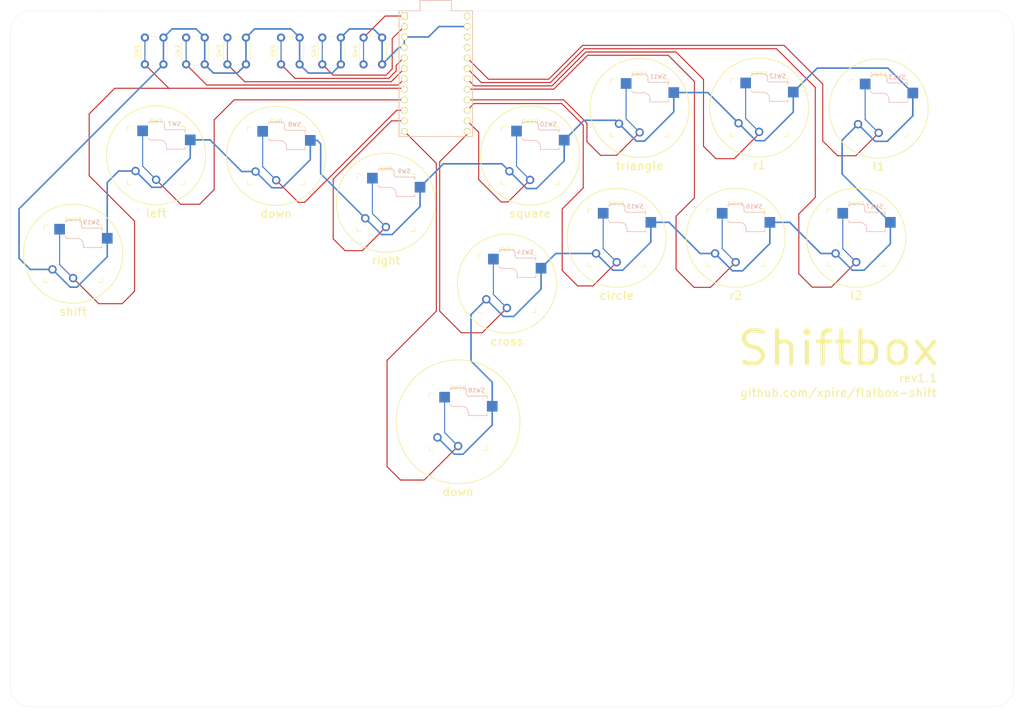
<source format=kicad_pcb>
(kicad_pcb (version 20211014) (generator pcbnew)
  (layers (0 "F.Cu" signal) (31 "B.Cu" signal) (34 "B.Paste" user) (35 "F.Paste" user) (36 "B.SilkS" user "B.Silkscreen") (37 "F.SilkS" user "F.Silkscreen") (38 "B.Mask" user) (39 "F.Mask" user) (44 "Edge.Cuts" user))
  (net 0 "")
  (net 1 "GND")
  (net 2 "LEFT")
  (net 3 "DOWN")
  (net 4 "RIGHT")
  (net 5 "UP")
  (net 6 "L1")
  (net 7 "R1")
  (net 8 "TRIANGLE")
  (net 9 "SQUARE")
  (net 10 "CIRCLE")
  (net 11 "CROSS")
  (net 12 "R2")
  (net 13 "L2")
  (net 17 "OPT1")
  (net 18 "OPT2")
  (net 19 "OPT3")
  (net 20 "OPT4")
  (net 21 "OPT5")
  (net 22 "OPT6")
  (footprint "Kailh:Kailh_socket_PG1350_optional" (layer "F.Cu") (at 105.68 56.21)
    (fp_text reference "SW8" (at 0 -8.255) (layer "F.SilkS"))
    (fp_text value "SW_Push")
    (fp_text user "${REFERENCE}" (at 4.445 -7.62) (layer "B.SilkS") (effects (justify mirror)))
    (pad "" np_thru_hole circle locked (at 0 0) (size 3.429 3.429) (drill 3.429) (layers *.Cu *.Mask))
    (pad "" np_thru_hole circle locked (at 5.5 0) (size 1.7018 1.7018) (drill 1.7018) (layers *.Cu *.Mask))
    (pad "" np_thru_hole circle locked (at 0 -5.95) (size 3 3) (drill 3) (layers *.Cu *.Mask))
    (pad "" np_thru_hole circle locked (at 5 -3.75) (size 3 3) (drill 3) (layers *.Cu *.Mask))
    (pad "" np_thru_hole circle locked (at -5.5 0) (size 1.7018 1.7018) (drill 1.7018) (layers *.Cu *.Mask))
    (pad "1" smd rect locked (at -3.275 -5.95) (size 2.6 2.6) (layers "B.Cu" "B.Paste" "B.Mask") (net 3 "DOWN"))
    (pad "1" thru_hole circle locked (at 0 5.9) (size 2.032 2.032) (drill 1.27) (layers *.Cu *.Mask) (net 3 "DOWN"))
    (pad "2" thru_hole circle locked (at -5 3.8) (size 2.032 2.032) (drill 1.27) (layers *.Cu *.Mask) (net 1 "GND"))
    (pad "2" smd rect locked (at 8.275 -3.75) (size 2.6 2.6) (layers "B.Cu" "B.Paste" "B.Mask") (net 1 "GND"))
  )
  (footprint "Kailh:Kailh_socket_PG1350_optional" (layer "F.Cu") (at 132.28 67.56)
    (fp_text reference "SW9" (at 0 -8.255) (layer "F.SilkS"))
    (fp_text value "SW_Push")
    (fp_text user "${REFERENCE}" (at 4.445 -7.62) (layer "B.SilkS") (effects (justify mirror)))
    (pad "" np_thru_hole circle locked (at 5 -3.75) (size 3 3) (drill 3) (layers *.Cu *.Mask))
    (pad "" np_thru_hole circle locked (at 0 0) (size 3.429 3.429) (drill 3.429) (layers *.Cu *.Mask))
    (pad "" np_thru_hole circle locked (at -5.5 0) (size 1.7018 1.7018) (drill 1.7018) (layers *.Cu *.Mask))
    (pad "" np_thru_hole circle locked (at 0 -5.95) (size 3 3) (drill 3) (layers *.Cu *.Mask))
    (pad "" np_thru_hole circle locked (at 5.5 0) (size 1.7018 1.7018) (drill 1.7018) (layers *.Cu *.Mask))
    (pad "1" thru_hole circle locked (at 0 5.9) (size 2.032 2.032) (drill 1.27) (layers *.Cu *.Mask) (net 4 "RIGHT"))
    (pad "1" smd rect locked (at -3.275 -5.95) (size 2.6 2.6) (layers "B.Cu" "B.Paste" "B.Mask") (net 4 "RIGHT"))
    (pad "2" thru_hole circle locked (at -5 3.8) (size 2.032 2.032) (drill 1.27) (layers *.Cu *.Mask) (net 1 "GND"))
    (pad "2" smd rect locked (at 8.275 -3.75) (size 2.6 2.6) (layers "B.Cu" "B.Paste" "B.Mask") (net 1 "GND"))
  )
  (footprint "Kailh:Kailh_socket_PG1350_optional" (layer "F.Cu") (at 149.78 120.66)
    (fp_text reference "SW18" (at 0 -8.255) (layer "F.SilkS"))
    (fp_text value "SW_Push")
    (fp_text user "${REFERENCE}" (at 4.445 -7.62) (layer "B.SilkS") (effects (justify mirror)))
    (pad "" np_thru_hole circle locked (at 0 0) (size 3.429 3.429) (drill 3.429) (layers *.Cu *.Mask))
    (pad "" np_thru_hole circle locked (at 5 -3.75) (size 3 3) (drill 3) (layers *.Cu *.Mask))
    (pad "" np_thru_hole circle locked (at -5.5 0) (size 1.7018 1.7018) (drill 1.7018) (layers *.Cu *.Mask))
    (pad "" np_thru_hole circle locked (at 5.5 0) (size 1.7018 1.7018) (drill 1.7018) (layers *.Cu *.Mask))
    (pad "" np_thru_hole circle locked (at 0 -5.95) (size 3 3) (drill 3) (layers *.Cu *.Mask))
    (pad "1" smd rect locked (at -3.275 -5.95) (size 2.6 2.6) (layers "B.Cu" "B.Paste" "B.Mask") (net 5 "UP"))
    (pad "1" thru_hole circle locked (at 0 5.9) (size 2.032 2.032) (drill 1.27) (layers *.Cu *.Mask) (net 5 "UP"))
    (pad "2" smd rect locked (at 8.275 -3.75) (size 2.6 2.6) (layers "B.Cu" "B.Paste" "B.Mask") (net 1 "GND"))
    (pad "2" thru_hole circle locked (at -5 3.8) (size 2.032 2.032) (drill 1.27) (layers *.Cu *.Mask) (net 1 "GND"))
  )
  (footprint "Kailh:Kailh_socket_PG1350_optional" (layer "F.Cu") (at 167.22 56.15)
    (fp_text reference "SW10" (at 0 -8.255) (layer "F.SilkS"))
    (fp_text value "SW_Push")
    (fp_text user "${REFERENCE}" (at 4.445 -7.62) (layer "B.SilkS") (effects (justify mirror)))
    (pad "" np_thru_hole circle locked (at -5.5 0) (size 1.7018 1.7018) (drill 1.7018) (layers *.Cu *.Mask))
    (pad "" np_thru_hole circle locked (at 5.5 0) (size 1.7018 1.7018) (drill 1.7018) (layers *.Cu *.Mask))
    (pad "" np_thru_hole circle locked (at 0 0) (size 3.429 3.429) (drill 3.429) (layers *.Cu *.Mask))
    (pad "" np_thru_hole circle locked (at 0 -5.95) (size 3 3) (drill 3) (layers *.Cu *.Mask))
    (pad "" np_thru_hole circle locked (at 5 -3.75) (size 3 3) (drill 3) (layers *.Cu *.Mask))
    (pad "1" thru_hole circle locked (at 0 5.9) (size 2.032 2.032) (drill 1.27) (layers *.Cu *.Mask) (net 9 "SQUARE"))
    (pad "1" smd rect locked (at -3.275 -5.95) (size 2.6 2.6) (layers "B.Cu" "B.Paste" "B.Mask") (net 9 "SQUARE"))
    (pad "2" thru_hole circle locked (at -5 3.8) (size 2.032 2.032) (drill 1.27) (layers *.Cu *.Mask) (net 1 "GND"))
    (pad "2" smd rect locked (at 8.275 -3.75) (size 2.6 2.6) (layers "B.Cu" "B.Paste" "B.Mask") (net 1 "GND"))
  )
  (footprint "Kailh:Kailh_socket_PG1350_optional" (layer "F.Cu") (at 193.78 44.62)
    (fp_text reference "SW11" (at 0 -8.255) (layer "F.SilkS"))
    (fp_text value "SW_Push")
    (fp_text user "${REFERENCE}" (at 4.445 -7.62) (layer "B.SilkS") (effects (justify mirror)))
    (pad "" np_thru_hole circle locked (at 5.5 0) (size 1.7018 1.7018) (drill 1.7018) (layers *.Cu *.Mask))
    (pad "" np_thru_hole circle locked (at -5.5 0) (size 1.7018 1.7018) (drill 1.7018) (layers *.Cu *.Mask))
    (pad "" np_thru_hole circle locked (at 0 -5.95) (size 3 3) (drill 3) (layers *.Cu *.Mask))
    (pad "" np_thru_hole circle locked (at 0 0) (size 3.429 3.429) (drill 3.429) (layers *.Cu *.Mask))
    (pad "" np_thru_hole circle locked (at 5 -3.75) (size 3 3) (drill 3) (layers *.Cu *.Mask))
    (pad "1" smd rect locked (at -3.275 -5.95) (size 2.6 2.6) (layers "B.Cu" "B.Paste" "B.Mask") (net 8 "TRIANGLE"))
    (pad "1" thru_hole circle locked (at 0 5.9) (size 2.032 2.032) (drill 1.27) (layers *.Cu *.Mask) (net 8 "TRIANGLE"))
    (pad "2" smd rect locked (at 8.275 -3.75) (size 2.6 2.6) (layers "B.Cu" "B.Paste" "B.Mask") (net 1 "GND"))
    (pad "2" thru_hole circle locked (at -5 3.8) (size 2.032 2.032) (drill 1.27) (layers *.Cu *.Mask) (net 1 "GND"))
  )
  (footprint "Kailh:Kailh_socket_PG1350_optional" (layer "F.Cu") (at 222.75 44.5)
    (fp_text reference "SW12" (at 0 -8.255) (layer "F.SilkS"))
    (fp_text value "SW_Push")
    (fp_text user "${REFERENCE}" (at 4.445 -7.62) (layer "B.SilkS") (effects (justify mirror)))
    (pad "" np_thru_hole circle locked (at 0 -5.95) (size 3 3) (drill 3) (layers *.Cu *.Mask))
    (pad "" np_thru_hole circle locked (at 5.5 0) (size 1.7018 1.7018) (drill 1.7018) (layers *.Cu *.Mask))
    (pad "" np_thru_hole circle locked (at 0 0) (size 3.429 3.429) (drill 3.429) (layers *.Cu *.Mask))
    (pad "" np_thru_hole circle locked (at -5.5 0) (size 1.7018 1.7018) (drill 1.7018) (layers *.Cu *.Mask))
    (pad "" np_thru_hole circle locked (at 5 -3.75) (size 3 3) (drill 3) (layers *.Cu *.Mask))
    (pad "1" thru_hole circle locked (at 0 5.9) (size 2.032 2.032) (drill 1.27) (layers *.Cu *.Mask) (net 7 "R1"))
    (pad "1" smd rect locked (at -3.275 -5.95) (size 2.6 2.6) (layers "B.Cu" "B.Paste" "B.Mask") (net 7 "R1"))
    (pad "2" thru_hole circle locked (at -5 3.8) (size 2.032 2.032) (drill 1.27) (layers *.Cu *.Mask) (net 1 "GND"))
    (pad "2" smd rect locked (at 8.275 -3.75) (size 2.6 2.6) (layers "B.Cu" "B.Paste" "B.Mask") (net 1 "GND"))
  )
  (footprint "Kailh:Kailh_socket_PG1350_optional" (layer "F.Cu") (at 251.72 44.74)
    (fp_text reference "SW13" (at 0 -8.255) (layer "F.SilkS"))
    (fp_text value "SW_Push")
    (fp_text user "${REFERENCE}" (at 4.445 -7.62) (layer "B.SilkS") (effects (justify mirror)))
    (pad "" np_thru_hole circle locked (at 5 -3.75) (size 3 3) (drill 3) (layers *.Cu *.Mask))
    (pad "" np_thru_hole circle locked (at 0 -5.95) (size 3 3) (drill 3) (layers *.Cu *.Mask))
    (pad "" np_thru_hole circle locked (at -5.5 0) (size 1.7018 1.7018) (drill 1.7018) (layers *.Cu *.Mask))
    (pad "" np_thru_hole circle locked (at 5.5 0) (size 1.7018 1.7018) (drill 1.7018) (layers *.Cu *.Mask))
    (pad "" np_thru_hole circle locked (at 0 0) (size 3.429 3.429) (drill 3.429) (layers *.Cu *.Mask))
    (pad "1" thru_hole circle locked (at 0 5.9) (size 2.032 2.032) (drill 1.27) (layers *.Cu *.Mask) (net 6 "L1"))
    (pad "1" smd rect locked (at -3.275 -5.95) (size 2.6 2.6) (layers "B.Cu" "B.Paste" "B.Mask") (net 6 "L1"))
    (pad "2" thru_hole circle locked (at -5 3.8) (size 2.032 2.032) (drill 1.27) (layers *.Cu *.Mask) (net 1 "GND"))
    (pad "2" smd rect locked (at 8.275 -3.75) (size 2.6 2.6) (layers "B.Cu" "B.Paste" "B.Mask") (net 1 "GND"))
  )
  (footprint "Kailh:Kailh_socket_PG1350_optional" (layer "F.Cu") (at 161.61 87.19)
    (fp_text reference "SW14" (at 0 -8.255) (layer "F.SilkS"))
    (fp_text value "SW_Push")
    (fp_text user "${REFERENCE}" (at 4.445 -7.62) (layer "B.SilkS") (effects (justify mirror)))
    (pad "" np_thru_hole circle locked (at 0 -5.95) (size 3 3) (drill 3) (layers *.Cu *.Mask))
    (pad "" np_thru_hole circle locked (at 5 -3.75) (size 3 3) (drill 3) (layers *.Cu *.Mask))
    (pad "" np_thru_hole circle locked (at 0 0) (size 3.429 3.429) (drill 3.429) (layers *.Cu *.Mask))
    (pad "" np_thru_hole circle locked (at -5.5 0) (size 1.7018 1.7018) (drill 1.7018) (layers *.Cu *.Mask))
    (pad "" np_thru_hole circle locked (at 5.5 0) (size 1.7018 1.7018) (drill 1.7018) (layers *.Cu *.Mask))
    (pad "1" smd rect locked (at -3.275 -5.95) (size 2.6 2.6) (layers "B.Cu" "B.Paste" "B.Mask") (net 11 "CROSS"))
    (pad "1" thru_hole circle locked (at 0 5.9) (size 2.032 2.032) (drill 1.27) (layers *.Cu *.Mask) (net 11 "CROSS"))
    (pad "2" thru_hole circle locked (at -5 3.8) (size 2.032 2.032) (drill 1.27) (layers *.Cu *.Mask) (net 1 "GND"))
    (pad "2" smd rect locked (at 8.275 -3.75) (size 2.6 2.6) (layers "B.Cu" "B.Paste" "B.Mask") (net 1 "GND"))
  )
  (footprint "Kailh:Kailh_socket_PG1350_optional" (layer "F.Cu") (at 188.22 76.08)
    (fp_text reference "SW15" (at 0 -8.255) (layer "F.SilkS"))
    (fp_text value "SW_Push")
    (fp_text user "${REFERENCE}" (at 4.445 -7.62) (layer "B.SilkS") (effects (justify mirror)))
    (pad "" np_thru_hole circle locked (at 0 0) (size 3.429 3.429) (drill 3.429) (layers *.Cu *.Mask))
    (pad "" np_thru_hole circle locked (at 5.5 0) (size 1.7018 1.7018) (drill 1.7018) (layers *.Cu *.Mask))
    (pad "" np_thru_hole circle locked (at -5.5 0) (size 1.7018 1.7018) (drill 1.7018) (layers *.Cu *.Mask))
    (pad "" np_thru_hole circle locked (at 5 -3.75) (size 3 3) (drill 3) (layers *.Cu *.Mask))
    (pad "" np_thru_hole circle locked (at 0 -5.95) (size 3 3) (drill 3) (layers *.Cu *.Mask))
    (pad "1" thru_hole circle locked (at 0 5.9) (size 2.032 2.032) (drill 1.27) (layers *.Cu *.Mask) (net 10 "CIRCLE"))
    (pad "1" smd rect locked (at -3.275 -5.95) (size 2.6 2.6) (layers "B.Cu" "B.Paste" "B.Mask") (net 10 "CIRCLE"))
    (pad "2" smd rect locked (at 8.275 -3.75) (size 2.6 2.6) (layers "B.Cu" "B.Paste" "B.Mask") (net 1 "GND"))
    (pad "2" thru_hole circle locked (at -5 3.8) (size 2.032 2.032) (drill 1.27) (layers *.Cu *.Mask) (net 1 "GND"))
  )
  (footprint "Kailh:Kailh_socket_PG1350_optional" (layer "F.Cu") (at 217.07 76.08)
    (fp_text reference "SW16" (at 0 -8.255) (layer "F.SilkS"))
    (fp_text value "SW_Push")
    (fp_text user "${REFERENCE}" (at 4.445 -7.62) (layer "B.SilkS") (effects (justify mirror)))
    (pad "" np_thru_hole circle locked (at 0 0) (size 3.429 3.429) (drill 3.429) (layers *.Cu *.Mask))
    (pad "" np_thru_hole circle locked (at 0 -5.95) (size 3 3) (drill 3) (layers *.Cu *.Mask))
    (pad "" np_thru_hole circle locked (at -5.5 0) (size 1.7018 1.7018) (drill 1.7018) (layers *.Cu *.Mask))
    (pad "" np_thru_hole circle locked (at 5 -3.75) (size 3 3) (drill 3) (layers *.Cu *.Mask))
    (pad "" np_thru_hole circle locked (at 5.5 0) (size 1.7018 1.7018) (drill 1.7018) (layers *.Cu *.Mask))
    (pad "1" thru_hole circle locked (at 0 5.9) (size 2.032 2.032) (drill 1.27) (layers *.Cu *.Mask) (net 12 "R2"))
    (pad "1" smd rect locked (at -3.275 -5.95) (size 2.6 2.6) (layers "B.Cu" "B.Paste" "B.Mask") (net 12 "R2"))
    (pad "2" smd rect locked (at 8.275 -3.75) (size 2.6 2.6) (layers "B.Cu" "B.Paste" "B.Mask") (net 1 "GND"))
    (pad "2" thru_hole circle locked (at -5 3.8) (size 2.032 2.032) (drill 1.27) (layers *.Cu *.Mask) (net 1 "GND"))
  )
  (footprint "Kailh:Kailh_socket_PG1350_optional" (layer "F.Cu") (at 246.28 76.08)
    (fp_text reference "SW17" (at 0 -8.255) (layer "F.SilkS"))
    (fp_text value "SW_Push")
    (fp_text user "${REFERENCE}" (at 4.445 -7.62) (layer "B.SilkS") (effects (justify mirror)))
    (pad "" np_thru_hole circle locked (at -5.5 0) (size 1.7018 1.7018) (drill 1.7018) (layers *.Cu *.Mask))
    (pad "" np_thru_hole circle locked (at 5 -3.75) (size 3 3) (drill 3) (layers *.Cu *.Mask))
    (pad "" np_thru_hole circle locked (at 0 0) (size 3.429 3.429) (drill 3.429) (layers *.Cu *.Mask))
    (pad "" np_thru_hole circle locked (at 5.5 0) (size 1.7018 1.7018) (drill 1.7018) (layers *.Cu *.Mask))
    (pad "" np_thru_hole circle locked (at 0 -5.95) (size 3 3) (drill 3) (layers *.Cu *.Mask))
    (pad "1" smd rect locked (at -3.275 -5.95) (size 2.6 2.6) (layers "B.Cu" "B.Paste" "B.Mask") (net 13 "L2"))
    (pad "1" thru_hole circle locked (at 0 5.9) (size 2.032 2.032) (drill 1.27) (layers *.Cu *.Mask) (net 13 "L2"))
    (pad "2" smd rect locked (at 8.275 -3.75) (size 2.6 2.6) (layers "B.Cu" "B.Paste" "B.Mask") (net 1 "GND"))
    (pad "2" thru_hole circle locked (at -5 3.8) (size 2.032 2.032) (drill 1.27) (layers *.Cu *.Mask) (net 1 "GND"))
  )
  (footprint "MountingHole:MountingHole_6.4mm_M6" (layer "F.Cu") (at 48.22 28.04)
    (fp_text reference "REF**" hide)
    (fp_text value "MountingHole_6.4mm_M6")
    (pad "" np_thru_hole circle locked (at 0 0) (size 6.4 6.4) (drill 6.4) (layers *.Cu *.Mask))
  )
  (footprint "MountingHole:MountingHole_6.4mm_M6" (layer "F.Cu") (at 48.22 182.79)
    (fp_text reference "REF**" hide)
    (fp_text value "MountingHole_6.4mm_M6")
    (pad "" np_thru_hole circle locked (at 0 0) (size 6.4 6.4) (drill 6.4) (layers *.Cu *.Mask))
  )
  (footprint "MountingHole:MountingHole_6.4mm_M6" (layer "F.Cu") (at 277.48 182.785)
    (fp_text reference "REF**" hide)
    (fp_text value "MountingHole_6.4mm_M6")
    (pad "" np_thru_hole circle locked (at 0 0) (size 6.4 6.4) (drill 6.4) (layers *.Cu *.Mask))
  )
  (footprint "MountingHole:MountingHole_6.4mm_M6" (layer "F.Cu") (at 277.48 28.035)
    (fp_text reference "REF**" hide)
    (fp_text value "MountingHole_6.4mm_M6")
    (pad "" np_thru_hole circle locked (at 0 0) (size 6.4 6.4) (drill 6.4) (layers *.Cu *.Mask))
  )
  (footprint "Kailh:Kailh_socket_PG1350_optional" (layer "F.Cu") (at 76.585 56.09)
    (fp_text reference "SW7" (at 0 -8.255) (layer "F.SilkS"))
    (fp_text value "SW_Push")
    (fp_text user "${REFERENCE}" (at 4.445 -7.62) (layer "B.SilkS") (effects (justify mirror)))
    (pad "" np_thru_hole circle locked (at -5.5 0) (size 1.7018 1.7018) (drill 1.7018) (layers *.Cu *.Mask))
    (pad "" np_thru_hole circle locked (at 5.5 0) (size 1.7018 1.7018) (drill 1.7018) (layers *.Cu *.Mask))
    (pad "" np_thru_hole circle locked (at 5 -3.75) (size 3 3) (drill 3) (layers *.Cu *.Mask))
    (pad "" np_thru_hole circle locked (at 0 0) (size 3.429 3.429) (drill 3.429) (layers *.Cu *.Mask))
    (pad "" np_thru_hole circle locked (at 0 -5.95) (size 3 3) (drill 3) (layers *.Cu *.Mask))
    (pad "1" thru_hole circle locked (at 0 5.9) (size 2.032 2.032) (drill 1.27) (layers *.Cu *.Mask) (net 2 "LEFT"))
    (pad "1" smd rect locked (at -3.275 -5.95) (size 2.6 2.6) (layers "B.Cu" "B.Paste" "B.Mask") (net 2 "LEFT"))
    (pad "2" thru_hole circle locked (at -5 3.8) (size 2.032 2.032) (drill 1.27) (layers *.Cu *.Mask) (net 1 "GND"))
    (pad "2" smd rect locked (at 8.275 -3.75) (size 2.6 2.6) (layers "B.Cu" "B.Paste" "B.Mask") (net 1 "GND"))
  )
  (footprint "MountingHole:MountingHole_6.4mm_M6" (layer "F.Cu") (at 168.36 28.04)
    (fp_text reference "REF**" hide)
    (fp_text value "MountingHole_6.4mm_M6")
    (pad "" np_thru_hole circle locked (at 0 0) (size 6.4 6.4) (drill 6.4) (layers *.Cu *.Mask))
  )
  (footprint "Button_Switch_THT:SW_PUSH_6mm_H5mm" (layer "F.Cu") (at 106.86 34.04 90)
    (fp_text reference "SW4" (at 3.25 -2 90) (layer "F.SilkS"))
    (fp_text value "SW_Push")
    (pad "1" thru_hole circle locked (at 6.5 0 180) (size 2 2) (drill 1.1) (layers *.Cu *.Mask) (net 20 "OPT4"))
    (pad "1" thru_hole circle locked (at 0 0 180) (size 2 2) (drill 1.1) (layers *.Cu *.Mask) (net 20 "OPT4"))
    (pad "2" thru_hole circle locked (at 6.5 4.5 180) (size 2 2) (drill 1.1) (layers *.Cu *.Mask) (net 1 "GND"))
    (pad "2" thru_hole circle locked (at 0 4.5 180) (size 2 2) (drill 1.1) (layers *.Cu *.Mask) (net 1 "GND"))
  )
  (footprint "Button_Switch_THT:SW_PUSH_6mm_H5mm" (layer "F.Cu") (at 83.86 34.04 90)
    (fp_text reference "SW2" (at 3.25 -2 90) (layer "F.SilkS"))
    (fp_text value "SW_Push")
    (pad "1" thru_hole circle locked (at 0 0 180) (size 2 2) (drill 1.1) (layers *.Cu *.Mask) (net 18 "OPT2"))
    (pad "1" thru_hole circle locked (at 6.5 0 180) (size 2 2) (drill 1.1) (layers *.Cu *.Mask) (net 18 "OPT2"))
    (pad "2" thru_hole circle locked (at 6.5 4.5 180) (size 2 2) (drill 1.1) (layers *.Cu *.Mask) (net 1 "GND"))
    (pad "2" thru_hole circle locked (at 0 4.5 180) (size 2 2) (drill 1.1) (layers *.Cu *.Mask) (net 1 "GND"))
  )
  (footprint "Button_Switch_THT:SW_PUSH_6mm_H5mm" (layer "F.Cu") (at 116.86 34.04 90)
    (fp_text reference "SW5" (at 3.25 -2 90) (layer "F.SilkS"))
    (fp_text value "SW_Push")
    (pad "1" thru_hole circle locked (at 0 0 180) (size 2 2) (drill 1.1) (layers *.Cu *.Mask) (net 21 "OPT5"))
    (pad "1" thru_hole circle locked (at 6.5 0 180) (size 2 2) (drill 1.1) (layers *.Cu *.Mask) (net 21 "OPT5"))
    (pad "2" thru_hole circle locked (at 6.5 4.5 180) (size 2 2) (drill 1.1) (layers *.Cu *.Mask) (net 1 "GND"))
    (pad "2" thru_hole circle locked (at 0 4.5 180) (size 2 2) (drill 1.1) (layers *.Cu *.Mask) (net 1 "GND"))
  )
  (footprint "Button_Switch_THT:SW_PUSH_6mm_H5mm" (layer "F.Cu") (at 73.86 34.04 90)
    (fp_text reference "SW1" (at 3.25 -2 90) (layer "F.SilkS"))
    (fp_text value "SW_Push")
    (pad "1" thru_hole circle locked (at 6.5 0 180) (size 2 2) (drill 1.1) (layers *.Cu *.Mask) (net 17 "OPT1"))
    (pad "1" thru_hole circle locked (at 0 0 180) (size 2 2) (drill 1.1) (layers *.Cu *.Mask) (net 17 "OPT1"))
    (pad "2" thru_hole circle locked (at 0 4.5 180) (size 2 2) (drill 1.1) (layers *.Cu *.Mask) (net 1 "GND"))
    (pad "2" thru_hole circle locked (at 6.5 4.5 180) (size 2 2) (drill 1.1) (layers *.Cu *.Mask) (net 1 "GND"))
  )
  (footprint "Button_Switch_THT:SW_PUSH_6mm_H5mm" (layer "F.Cu") (at 93.86 34.04 90)
    (fp_text reference "SW3" (at 3.25 -2 90) (layer "F.SilkS"))
    (fp_text value "SW_Push")
    (pad "1" thru_hole circle locked (at 6.5 0 180) (size 2 2) (drill 1.1) (layers *.Cu *.Mask) (net 19 "OPT3"))
    (pad "1" thru_hole circle locked (at 0 0 180) (size 2 2) (drill 1.1) (layers *.Cu *.Mask) (net 19 "OPT3"))
    (pad "2" thru_hole circle locked (at 6.5 4.5 180) (size 2 2) (drill 1.1) (layers *.Cu *.Mask) (net 1 "GND"))
    (pad "2" thru_hole circle locked (at 0 4.5 180) (size 2 2) (drill 1.1) (layers *.Cu *.Mask) (net 1 "GND"))
  )
  (footprint "Button_Switch_THT:SW_PUSH_6mm_H5mm" (layer "F.Cu") (at 126.86 34.04 90)
    (fp_text reference "SW6" (at 3.25 -2 90) (layer "F.SilkS"))
    (fp_text value "SW_Push")
    (pad "1" thru_hole circle locked (at 6.5 0 180) (size 2 2) (drill 1.1) (layers *.Cu *.Mask) (net 22 "OPT6"))
    (pad "1" thru_hole circle locked (at 0 0 180) (size 2 2) (drill 1.1) (layers *.Cu *.Mask) (net 22 "OPT6"))
    (pad "2" thru_hole circle locked (at 6.5 4.5 180) (size 2 2) (drill 1.1) (layers *.Cu *.Mask) (net 1 "GND"))
    (pad "2" thru_hole circle locked (at 0 4.5 180) (size 2 2) (drill 1.1) (layers *.Cu *.Mask) (net 1 "GND"))
  )
  (footprint "MountingHole:MountingHole_6.4mm_M6" (layer "F.Cu") (at 151.86 69.04)
    (fp_text reference "REF**" hide)
    (fp_text value "MountingHole_6.4mm_M6")
    (pad "" np_thru_hole circle locked (at 0 0) (size 6.4 6.4) (drill 6.4) (layers *.Cu *.Mask))
  )
  (footprint "MountingHole:MountingHole_6.4mm_M6" (layer "F.Cu") (at 168.36 182.79)
    (fp_text reference "REF**" hide)
    (fp_text value "MountingHole_6.4mm_M6")
    (pad "" np_thru_hole circle locked (at 0 0) (size 6.4 6.4) (drill 6.4) (layers *.Cu *.Mask))
  )
  (footprint "ProMicro:ProMicro" (layer "F.Cu") (at 144.36 36.29 -90)
    (fp_text reference "U1" hide)
    (fp_text value "ProMicro")
    (pad "1" thru_hole rect locked (at -13.97 7.62 270) (size 1.6 1.6) (drill 1.1) (layers *.Cu *.Mask "F.SilkS") (net 22 "OPT6"))
    (pad "2" thru_hole circle locked (at -11.43 7.62 270) (size 1.6 1.6) (drill 1.1) (layers *.Cu *.Mask "F.SilkS") (net 21 "OPT5"))
    (pad "3" thru_hole circle locked (at -8.89 7.62 270) (size 1.6 1.6) (drill 1.1) (layers *.Cu *.Mask "F.SilkS") (net 1 "GND"))
    (pad "4" thru_hole circle locked (at -6.35 7.62 270) (size 1.6 1.6) (drill 1.1) (layers *.Cu *.Mask "F.SilkS") (net 1 "GND"))
    (pad "5" thru_hole circle locked (at -3.81 7.62 270) (size 1.6 1.6) (drill 1.1) (layers *.Cu *.Mask "F.SilkS") (net 20 "OPT4"))
    (pad "6" thru_hole circle locked (at -1.27 7.62 270) (size 1.6 1.6) (drill 1.1) (layers *.Cu *.Mask "F.SilkS") (net 19 "OPT3"))
    (pad "7" thru_hole circle locked (at 1.27 7.62 270) (size 1.6 1.6) (drill 1.1) (layers *.Cu *.Mask "F.SilkS") (net 18 "OPT2"))
    (pad "8" thru_hole circle locked (at 3.81 7.62 270) (size 1.6 1.6) (drill 1.1) (layers *.Cu *.Mask "F.SilkS") (net 17 "OPT1"))
    (pad "9" thru_hole circle locked (at 6.35 7.62 270) (size 1.6 1.6) (drill 1.1) (layers *.Cu *.Mask "F.SilkS") (net 2 "LEFT"))
    (pad "10" thru_hole circle locked (at 8.89 7.62 270) (size 1.6 1.6) (drill 1.1) (layers *.Cu *.Mask "F.SilkS") (net 3 "DOWN"))
    (pad "11" thru_hole circle locked (at 11.43 7.62 270) (size 1.6 1.6) (drill 1.1) (layers *.Cu *.Mask "F.SilkS") (net 4 "RIGHT"))
    (pad "12" thru_hole circle locked (at 13.97 7.62 270) (size 1.6 1.6) (drill 1.1) (layers *.Cu *.Mask "F.SilkS") (net 5 "UP"))
    (pad "13" thru_hole circle locked (at 13.97 -7.62 270) (size 1.6 1.6) (drill 1.1) (layers *.Cu *.Mask "F.SilkS") (net 11 "CROSS"))
    (pad "14" thru_hole circle locked (at 11.43 -7.62 270) (size 1.6 1.6) (drill 1.1) (layers *.Cu *.Mask "F.SilkS") (net 9 "SQUARE"))
    (pad "15" thru_hole circle locked (at 8.89 -7.62 270) (size 1.6 1.6) (drill 1.1) (layers *.Cu *.Mask "F.SilkS") (net 10 "CIRCLE"))
    (pad "16" thru_hole circle locked (at 6.35 -7.62 270) (size 1.6 1.6) (drill 1.1) (layers *.Cu *.Mask "F.SilkS") (net 8 "TRIANGLE"))
    (pad "17" thru_hole circle locked (at 3.81 -7.62 270) (size 1.6 1.6) (drill 1.1) (layers *.Cu *.Mask "F.SilkS") (net 12 "R2"))
    (pad "18" thru_hole circle locked (at 1.27 -7.62 270) (size 1.6 1.6) (drill 1.1) (layers *.Cu *.Mask "F.SilkS") (net 7 "R1"))
    (pad "19" thru_hole circle locked (at -1.27 -7.62 270) (size 1.6 1.6) (drill 1.1) (layers *.Cu *.Mask "F.SilkS") (net 13 "L2"))
    (pad "20" thru_hole circle locked (at -3.81 -7.62 270) (size 1.6 1.6) (drill 1.1) (layers *.Cu *.Mask "F.SilkS") (net 6 "L1"))
    (pad "21" thru_hole circle locked (at -6.35 -7.62 270) (size 1.6 1.6) (drill 1.1) (layers *.Cu *.Mask "F.SilkS"))
    (pad "22" thru_hole circle locked (at -8.89 -7.62 270) (size 1.6 1.6) (drill 1.1) (layers *.Cu *.Mask "F.SilkS"))
    (pad "23" thru_hole circle locked (at -11.43 -7.62 270) (size 1.6 1.6) (drill 1.1) (layers *.Cu *.Mask "F.SilkS") (net 1 "GND"))
    (pad "24" thru_hole circle locked (at -13.97 -7.62 270) (size 1.6 1.6) (drill 1.1) (layers *.Cu *.Mask "F.SilkS"))
  )
  (footprint "Kailh:Kailh_socket_PG1350_optional" (layer "F.Cu") (at 56.46 79.94)
    (fp_text reference "SW19" (at 0 -8.255) (layer "F.SilkS"))
    (fp_text value "SW_Push")
    (fp_text user "${REFERENCE}" (at 4.445 -7.62) (layer "B.SilkS") (effects (justify mirror)))
    (pad "" np_thru_hole circle locked (at 0 0) (size 3.429 3.429) (drill 3.429) (layers *.Cu *.Mask))
    (pad "" np_thru_hole circle locked (at -5.5 0) (size 1.7018 1.7018) (drill 1.7018) (layers *.Cu *.Mask))
    (pad "" np_thru_hole circle locked (at 5.5 0) (size 1.7018 1.7018) (drill 1.7018) (layers *.Cu *.Mask))
    (pad "" np_thru_hole circle locked (at 0 -5.95) (size 3 3) (drill 3) (layers *.Cu *.Mask))
    (pad "" np_thru_hole circle locked (at 5 -3.75) (size 3 3) (drill 3) (layers *.Cu *.Mask))
    (pad "1" smd rect locked (at -3.275 -5.95) (size 2.6 2.6) (layers "B.Cu" "B.Paste" "B.Mask") (net 17 "OPT1"))
    (pad "1" thru_hole circle locked (at 0 5.9) (size 2.032 2.032) (drill 1.27) (layers *.Cu *.Mask) (net 17 "OPT1"))
    (pad "2" thru_hole circle locked (at -5 3.8) (size 2.032 2.032) (drill 1.27) (layers *.Cu *.Mask) (net 1 "GND"))
    (pad "2" smd rect locked (at 8.275 -3.75) (size 2.6 2.6) (layers "B.Cu" "B.Paste" "B.Mask") (net 1 "GND"))
  )
  (gr_circle (center 188.22 76.08) (end 200.22 76.08) (layer "F.SilkS") (width 0.2) (fill none))
  (gr_circle (center 132.28 67.56) (end 144.28 67.56) (layer "F.SilkS") (width 0.2) (fill none))
  (gr_circle (center 149.78 120.66) (end 164.78 120.66) (layer "F.SilkS") (width 0.2) (fill none))
  (gr_circle (center 222.75 44.5) (end 234.75 44.5) (layer "F.SilkS") (width 0.2) (fill none))
  (gr_circle (center 167.22 56.15) (end 179.22 56.15) (layer "F.SilkS") (width 0.2) (fill none))
  (gr_circle (center 251.72 44.74) (end 263.72 44.74) (layer "F.SilkS") (width 0.2) (fill none))
  (gr_circle (center 161.61 87.19) (end 173.61 87.19) (layer "F.SilkS") (width 0.2) (fill none))
  (gr_circle (center 105.68 56.21) (end 117.68 56.21) (layer "F.SilkS") (width 0.2) (fill none))
  (gr_circle (center 56.46 79.94) (end 68.46 79.94) (layer "F.SilkS") (width 0.2) (fill none))
  (gr_circle (center 246.28 76.08) (end 258.28 76.08) (layer "F.SilkS") (width 0.2) (fill none))
  (gr_circle (center 76.585 56.09) (end 88.585 56.09) (layer "F.SilkS") (width 0.2) (fill none))
  (gr_circle (center 193.78 44.62) (end 205.78 44.62) (layer "F.SilkS") (width 0.2) (fill none))
  (gr_circle (center 217.07 76.08) (end 229.07 76.08) (layer "F.SilkS") (width 0.2) (fill none))
  (gr_line (start 284.48 26.035) (end 284.48 184.785) (layer "Edge.Cuts") (width 0.05))
  (gr_line (start 279.48 189.785) (end 46.22 189.79) (layer "Edge.Cuts") (width 0.05))
  (gr_line (start 41.22 184.79) (end 41.22 26.04) (layer "Edge.Cuts") (width 0.05))
  (gr_line (start 46.22 21.04) (end 279.48 21.035) (layer "Edge.Cuts") (width 0.05))
  (gr_arc (start 46.22 189.79) (mid 42.684466 188.325534) (end 41.22 184.79) (layer "Edge.Cuts") (width 0.05))
  (gr_arc (start 284.48 184.785) (mid 283.015534 188.320534) (end 279.48 189.785) (layer "Edge.Cuts") (width 0.05))
  (gr_arc (start 279.48 21.035) (mid 283.015534 22.499466) (end 284.48 26.035) (layer "Edge.Cuts") (width 0.05))
  (gr_arc (start 41.22 26.04) (mid 42.684466 22.504466) (end 46.22 21.04) (layer "Edge.Cuts") (width 0.05))
  (gr_text "circle" (at 188.22 90.08) (layer "F.SilkS") (effects (font (size 2 2) (thickness 0.3))))
  (gr_text "cross" (at 161.61 101.19) (layer "F.SilkS") (effects (font (size 2 2) (thickness 0.3))))
  (gr_text "down" (at 149.78 137.66) (layer "F.SilkS") (effects (font (size 2 2) (thickness 0.3))))
  (gr_text "l1" (at 251.72 58.74) (layer "F.SilkS") (effects (font (size 2 2) (thickness 0.3))))
  (gr_text "github.com/xpire/flatbox-shift" (at 241.935 113.618) (layer "F.SilkS") (effects (font (size 2 2) (thickness 0.3))))
  (gr_text "down" (at 105.68 70.21) (layer "F.SilkS") (effects (font (size 2 2) (thickness 0.3))))
  (gr_text "r2" (at 217.07 90.08) (layer "F.SilkS") (effects (font (size 2 2) (thickness 0.3))))
  (gr_text "right" (at 132.28 81.56) (layer "F.SilkS") (effects (font (size 2 2) (thickness 0.3))))
  (gr_text "left" (at 76.585 70.09) (layer "F.SilkS") (effects (font (size 2 2) (thickness 0.3))))
  (gr_text "shift" (at 56.46 93.94) (layer "F.SilkS") (effects (font (size 2 2) (thickness 0.3))))
  (gr_text "rev1.1" (at 261.239 110.062) (layer "F.SilkS") (effects (font (size 2 2) (thickness 0.3))))
  (gr_text "triangle" (at 193.78 58.62) (layer "F.SilkS") (effects (font (size 2 2) (thickness 0.3))))
  (gr_text "Shiftbox" (at 241.935 102.87) (layer "F.SilkS") (effects (font (size 8 8) (thickness 1))))
  (gr_text "square" (at 167.22 70.15) (layer "F.SilkS") (effects (font (size 2 2) (thickness 0.3))))
  (gr_text "l2" (at 246.28 90.08) (layer "F.SilkS") (effects (font (size 2 2) (thickness 0.3))))
  (gr_text "r1" (at 222.75 58.5) (layer "F.SilkS") (effects (font (size 2 2) (thickness 0.3))))
  (segment (start 248.16 83.94) (end 254.555 77.545) (width 0.381) (layer "B.Cu") (net 1))
  (segment (start 88.36 27.54) (end 88.36 34.04) (width 0.381) (layer "B.Cu") (net 1))
  (segment (start 246.72 48.54) (end 242.86 52.4) (width 0.381) (layer "B.Cu") (net 1))
  (segment (start 46.06 83.74) (end 43.36 81.04) (width 0.381) (layer "B.Cu") (net 1))
  (segment (start 175.495 52.4) (end 180.305 47.59) (width 0.381) (layer "B.Cu") (net 1))
  (segment (start 121.36 27.54) (end 121.36 34.04) (width 0.381) (layer "B.Cu") (net 1))
  (segment (start 113.955 57.145) (end 113.955 52.46) (width 0.381) (layer "B.Cu") (net 1))
  (segment (start 253.945 34.94) (end 259.995 40.99) (width 0.381) (layer "B.Cu") (net 1))
  (segment (start 119.26 36.14) (end 113.46 36.14) (width 0.381) (layer "B.Cu") (net 1))
  (segment (start 121.36 34.04) (end 119.26 36.14) (width 0.381) (layer "B.Cu") (net 1))
  (segment (start 129.26 25.44) (end 123.46 25.44) (width 0.381) (layer "B.Cu") (net 1))
  (segment (start 90.46 36.14) (end 88.36 34.04) (width 0.381) (layer "B.Cu") (net 1))
  (segment (start 241.28 79.88) (end 237.7 79.88) (width 0.381) (layer "B.Cu") (net 1))
  (segment (start 194.96 52.64) (end 202.055 45.545) (width 0.381) (layer "B.Cu") (net 1))
  (segment (start 67.51 59.89) (end 64.735 62.665) (width 0.381) (layer "B.Cu") (net 1))
  (segment (start 237.7 79.88) (end 230.15 72.33) (width 0.381) (layer "B.Cu") (net 1))
  (segment (start 77.76 63.84) (end 84.86 56.74) (width 0.381) (layer "B.Cu") (net 1))
  (segment (start 148.86 128.54) (end 150.96 128.54) (width 0.381) (layer "B.Cu") (net 1))
  (segment (start 250.87 52.69) (end 253.81 52.69) (width 0.381) (layer "B.Cu") (net 1))
  (segment (start 43.36 81.04) (end 43.36 69.04) (width 0.381) (layer "B.Cu") (net 1))
  (segment (start 187.95 47.59) (end 188.78 48.42) (width 0.381) (layer "B.Cu") (net 1))
  (segment (start 140.555 63.81) (end 146.225 58.14) (width 0.381) (layer "B.Cu") (net 1))
  (segment (start 51.46 83.74) (end 46.06 83.74) (width 0.381) (layer "B.Cu") (net 1))
  (segment (start 145.14 24.86) (end 151.98 24.86) (width 0.381) (layer "B.Cu") (net 1))
  (segment (start 75.535 63.84) (end 77.76 63.84) (width 0.381) (layer "B.Cu") (net 1))
  (segment (start 116.46 53.29) (end 116.46 60.54) (width 0.381) (layer "B.Cu") (net 1))
  (segment (start 189.66 83.94) (end 196.495 77.105) (width 0.381) (layer "B.Cu") (net 1))
  (segment (start 162.22 59.95) (end 166.41 64.14) (width 0.381) (layer "B.Cu") (net 1))
  (segment (start 156.61 90.99) (end 160.76 95.14) (width 0.381) (layer "B.Cu") (net 1))
  (segment (start 84.86 52.34) (end 89.66 52.34) (width 0.381) (layer "B.Cu") (net 1))
  (segment (start 200.9 72.33) (end 196.495 72.33) (width 0.381) (layer "B.Cu") (net 1))
  (segment (start 160.41 58.14) (end 162.22 59.95) (width 0.381) (layer "B.Cu") (net 1))
  (segment (start 131.36 27.54) (end 131.36 34.04) (width 0.381) (layer "B.Cu") (net 1))
  (segment (start 100.68 60.01) (end 104.61 63.94) (width 0.381) (layer "B.Cu") (net 1))
  (segment (start 127.28 71.36) (end 131.21 75.29) (width 0.381) (layer "B.Cu") (net 1))
  (segment (start 136.74 27.4) (end 136.74 29.94) (width 0.381) (layer "B.Cu") (net 1))
  (segment (start 142.6 27.4) (end 145.14 24.86) (width 0.381) (layer "B.Cu") (net 1))
  (segment (start 152.91 94.69) (end 152.91 105.94) (width 0.381) (layer "B.Cu") (net 1))
  (segment (start 116.46 60.54) (end 127.28 71.36) (width 0.381) (layer "B.Cu") (net 1))
  (segment (start 98.36 27.54) (end 98.36 34.04) (width 0.381) (layer "B.Cu") (net 1))
  (segment (start 55.76 88.04) (end 51.46 83.74) (width 0.381) (layer "B.Cu") (net 1))
  (segment (start 123.46 25.44) (end 121.36 27.54) (width 0.381) (layer "B.Cu") (net 1))
  (segment (start 196.495 77.105) (end 196.495 72.33) (width 0.381) (layer "B.Cu") (net 1))
  (segment (start 158.055 121.445) (end 158.055 116.91) (width 0.381) (layer "B.Cu") (net 1))
  (segment (start 156.61 90.99) (end 152.91 94.69) (width 0.381) (layer "B.Cu") (net 1))
  (segment (start 86.26 25.44) (end 80.46 25.44) (width 0.381) (layer "B.Cu") (net 1))
  (segment (start 221.99 52.54) (end 224.06 52.54) (width 0.381) (layer "B.Cu") (net 1))
  (segment (start 166.41 64.14) (end 168.76 64.14) (width 0.381) (layer "B.Cu") (net 1))
  (segment (start 168.76 64.14) (end 175.495 57.405) (width 0.381) (layer "B.Cu") (net 1))
  (segment (start 212.07 79.88) (end 208.45 79.88) (width 0.381) (layer "B.Cu") (net 1))
  (segment (start 187.28 83.94) (end 189.66 83.94) (width 0.381) (layer "B.Cu") (net 1))
  (segment (start 98.36 34.04) (end 96.26 36.14) (width 0.381) (layer "B.Cu") (net 1))
  (segment (start 193 52.64) (end 194.96 52.64) (width 0.381) (layer "B.Cu") (net 1))
  (segment (start 104.61 63.94) (end 107.16 63.94) (width 0.381) (layer "B.Cu") (net 1))
  (segment (start 144.78 124.46) (end 148.86 128.54) (width 0.381) (layer "B.Cu") (net 1))
  (segment (start 136.74 27.4) (end 142.6 27.4) (width 0.381) (layer "B.Cu") (net 1))
  (segment (start 208.45 79.88) (end 200.9 72.33) (width 0.381) (layer "B.Cu") (net 1))
  (segment (start 242.86 52.4) (end 242.86 60.635) (width 0.381) (layer "B.Cu") (net 1))
  (segment (start 111.36 27.54) (end 109.26 25.44) (width 0.381) (layer "B.Cu") (net 1))
  (segment (start 133.76 75.29) (end 140.555 68.495) (width 0.381) (layer "B.Cu") (net 1))
  (segment (start 146.225 58.14) (end 160.41 58.14) (width 0.381) (layer "B.Cu") (net 1))
  (segment (start 231.025 45.575) (end 231.025 40.75) (width 0.381) (layer "B.Cu") (net 1))
  (segment (start 180.305 47.59) (end 187.95 47.59) (width 0.381) (layer "B.Cu") (net 1))
  (segment (start 230.15 72.33) (end 225.345 72.33) (width 0.381) (layer "B.Cu") (net 1))
  (segment (start 100.46 25.44) (end 98.36 27.54) (width 0.381) (layer "B.Cu") (net 1))
  (segment (start 80.46 25.44) (end 78.36 27.54) (width 0.381) (layer "B.Cu") (net 1))
  (segment (start 152.91 105.94) (end 158.055 111.085) (width 0.381) (layer "B.Cu") (net 1))
  (segment (start 96.26 36.14) (end 90.46 36.14) (width 0.381) (layer "B.Cu") (net 1))
  (segment (start 113.46 36.14) (end 111.36 34.04) (width 0.381) (layer "B.Cu") (net 1))
  (segment (start 43.36 69.04) (end 78.36 34.04) (width 0.381) (layer "B.Cu") (net 1))
  (segment (start 246.72 48.54) (end 250.87 52.69) (width 0.381) (layer "B.Cu") (net 1))
  (segment (start 89.66 52.34) (end 97.33 60.01) (width 0.381) (layer "B.Cu") (net 1))
  (segment (start 163.26 95.14) (end 169.885 88.515) (width 0.381) (layer "B.Cu") (net 1))
  (segment (start 215.191401 45.741401) (end 217.75 48.3) (width 0.381) (layer "B.Cu") (net 1))
  (segment (start 218.71 84.09) (end 225.345 77.455) (width 0.381) (layer "B.Cu") (net 1))
  (segment (start 212.07 79.88) (end 216.28 84.09) (width 0.381) (layer "B.Cu") (net 1))
  (segment (start 107.16 63.94) (end 113.955 57.145) (width 0.381) (layer "B.Cu") (net 1))
  (segment (start 57.36 88.04) (end 55.76 88.04) (width 0.381) (layer "B.Cu") (net 1))
  (segment (start 173.445 79.88) (end 169.885 83.44) (width 0.381) (layer "B.Cu") (net 1))
  (segment (start 175.495 57.405) (end 175.495 52.4) (width 0.381) (layer "B.Cu") (net 1))
  (segment (start 254.555 77.545) (end 254.555 72.33) (width 0.381) (layer "B.Cu") (net 1))
  (segment (start 259.995 46.505) (end 259.995 40.99) (width 0.381) (layer "B.Cu") (net 1))
  (segment (start 136.74 29.94) (end 135.46 29.94) (width 0.381) (layer "B.Cu") (net 1))
  (segment (start 88.36 27.54) (end 86.26 25.44) (width 0.381) (layer "B.Cu") (net 1))
  (segment (start 210.32 40.87) (end 215.191401 45.741401) (width 0.381) (layer "B.Cu") (net 1))
  (segment (start 140.555 68.495) (end 140.555 63.81) (width 0.381) (layer "B.Cu") (net 1))
  (segment (start 71.585 59.89) (end 67.51 59.89) (width 0.381) (layer "B.Cu") (net 1))
  (segment (start 202.055 45.545) (end 202.055 40.87) (width 0.381) (layer "B.Cu") (net 1))
  (segment (start 183.22 79.88) (end 187.28 83.94) (width 0.381) (layer "B.Cu") (net 1))
  (segment (start 78.36 27.54) (end 78.36 34.04) (width 0.381) (layer "B.Cu") (net 1))
  (segment (start 245.34 83.94) (end 248.16 83.94) (width 0.381) (layer "B.Cu") (net 1))
  (segment (start 97.33 60.01) (end 100.68 60.01) (width 0.381) (layer "B.Cu") (net 1))
  (segment (start 169.885 88.515) (end 169.885 83.44) (width 0.381) (layer "B.Cu") (net 1))
  (segment (start 231.025 40.75) (end 236.835 34.94) (width 0.381) (layer "B.Cu") (net 1))
  (segment (start 64.735 76.19) (end 64.735 80.665) (width 0.381) (layer "B.Cu") (net 1))
  (segment (start 64.735 62.665) (end 64.735 76.19) (width 0.381) (layer "B.Cu") (net 1))
  (segment (start 236.835 34.94) (end 253.945 34.94) (width 0.381) (layer "B.Cu") (net 1))
  (segment (start 131.36 27.54) (end 129.26 25.44) (width 0.381) (layer "B.Cu") (net 1))
  (segment (start 183.22 79.88) (end 173.445 79.88) (width 0.381) (layer "B.Cu") (net 1))
  (segment (start 202.055 40.87) (end 210.32 40.87) (width 0.381) (layer "B.Cu") (net 1))
  (segment (start 115.63 52.46) (end 116.46 53.29) (width 0.381) (layer "B.Cu") (net 1))
  (segment (start 241.28 79.88) (end 245.34 83.94) (width 0.381) (layer "B.Cu") (net 1))
  (segment (start 109.26 25.44) (end 100.46 25.44) (width 0.381) (layer "B.Cu") (net 1))
  (segment (start 113.955 52.46) (end 115.63 52.46) (width 0.381) (layer "B.Cu") (net 1))
  (segment (start 216.28 84.09) (end 218.71 84.09) (width 0.381) (layer "B.Cu") (net 1))
  (segment (start 224.06 52.54) (end 231.025 45.575) (width 0.381) (layer "B.Cu") (net 1))
  (segment (start 71.585 59.89) (end 75.535 63.84) (width 0.381) (layer "B.Cu") (net 1))
  (segment (start 150.96 128.54) (end 158.055 121.445) (width 0.381) (layer "B.Cu") (net 1))
  (segment (start 225.345 77.455) (end 225.345 72.33) (width 0.381) (layer "B.Cu") (net 1))
  (segment (start 158.055 111.085) (end 158.055 116.91) (width 0.381) (layer "B.Cu") (net 1))
  (segment (start 111.36 27.54) (end 111.36 34.04) (width 0.381) (layer "B.Cu") (net 1))
  (segment (start 242.86 60.635) (end 254.555 72.33) (width 0.381) (layer "B.Cu") (net 1))
  (segment (start 84.86 56.74) (end 84.86 52.34) (width 0.381) (layer "B.Cu") (net 1))
  (segment (start 160.76 95.14) (end 163.26 95.14) (width 0.381) (layer "B.Cu") (net 1))
  (segment (start 131.21 75.29) (end 133.76 75.29) (width 0.381) (layer "B.Cu") (net 1))
  (segment (start 253.81 52.69) (end 259.995 46.505) (width 0.381) (layer "B.Cu") (net 1))
  (segment (start 188.78 48.42) (end 193 52.64) (width 0.381) (layer "B.Cu") (net 1))
  (segment (start 135.46 29.94) (end 131.36 34.04) (width 0.381) (layer "B.Cu") (net 1))
  (segment (start 64.735 80.665) (end 57.36 88.04) (width 0.381) (layer "B.Cu") (net 1))
  (segment (start 217.75 48.3) (end 221.99 52.54) (width 0.381) (layer "B.Cu") (net 1))
  (segment (start 95.51 42.64) (end 90.66 47.49) (width 0.254) (layer "F.Cu") (net 2))
  (segment (start 82.535 67.94) (end 76.585 61.99) (width 0.254) (layer "F.Cu") (net 2))
  (segment (start 90.66 47.49) (end 90.66 64.39) (width 0.254) (layer "F.Cu") (net 2))
  (segment (start 90.66 64.39) (end 87.11 67.94) (width 0.254) (layer "F.Cu") (net 2))
  (segment (start 87.11 67.94) (end 82.535 67.94) (width 0.254) (layer "F.Cu") (net 2))
  (segment (start 136.74 42.64) (end 95.51 42.64) (width 0.254) (layer "F.Cu") (net 2))
  (segment (start 73.31 50.14) (end 73.31 58.715) (width 0.254) (layer "B.Cu") (net 2))
  (segment (start 73.31 58.715) (end 76.585 61.99) (width 0.254) (layer "B.Cu") (net 2))
  (segment (start 112.56 67.49) (end 111.06 67.49) (width 0.254) (layer "F.Cu") (net 3))
  (segment (start 134.87 45.18) (end 112.56 67.49) (width 0.254) (layer "F.Cu") (net 3))
  (segment (start 136.74 45.18) (end 134.87 45.18) (width 0.254) (layer "F.Cu") (net 3))
  (segment (start 111.06 67.49) (end 105.68 62.11) (width 0.254) (layer "F.Cu") (net 3))
  (segment (start 102.405 58.835) (end 105.68 62.11) (width 0.254) (layer "B.Cu") (net 3))
  (segment (start 102.405 50.26) (end 102.405 58.835) (width 0.254) (layer "B.Cu") (net 3))
  (segment (start 126.55 79.19) (end 132.28 73.46) (width 0.254) (layer "F.Cu") (net 4))
  (segment (start 119.51 61.84) (end 119.51 76.34) (width 0.254) (layer "F.Cu") (net 4))
  (segment (start 119.51 76.34) (end 122.36 79.19) (width 0.254) (layer "F.Cu") (net 4))
  (segment (start 136.74 47.72) (end 133.63 47.72) (width 0.254) (layer "F.Cu") (net 4))
  (segment (start 122.36 79.19) (end 126.55 79.19) (width 0.254) (layer "F.Cu") (net 4))
  (segment (start 133.63 47.72) (end 119.51 61.84) (width 0.254) (layer "F.Cu") (net 4))
  (segment (start 129.005 70.185) (end 132.28 73.46) (width 0.254) (layer "B.Cu") (net 4))
  (segment (start 129.005 61.61) (end 129.005 70.185) (width 0.254) (layer "B.Cu") (net 4))
  (segment (start 132.56 131.54) (end 135.81 134.79) (width 0.254) (layer "F.Cu") (net 5))
  (segment (start 135.81 134.79) (end 141.55 134.79) (width 0.254) (layer "F.Cu") (net 5))
  (segment (start 141.55 134.79) (end 149.78 126.56) (width 0.254) (layer "F.Cu") (net 5))
  (segment (start 144.50599 93.84401) (end 132.56 105.79) (width 0.254) (layer "F.Cu") (net 5))
  (segment (start 132.56 105.79) (end 132.56 131.54) (width 0.254) (layer "F.Cu") (net 5))
  (segment (start 136.74 50.26) (end 144.50599 58.02599) (width 0.254) (layer "F.Cu") (net 5))
  (segment (start 144.50599 58.02599) (end 144.50599 93.84401) (width 0.254) (layer "F.Cu") (net 5))
  (segment (start 146.505 123.285) (end 149.78 126.56) (width 0.254) (layer "B.Cu") (net 5))
  (segment (start 146.505 114.71) (end 146.505 123.285) (width 0.254) (layer "B.Cu") (net 5))
  (segment (start 171.735 37.64) (end 179.935 29.44) (width 0.254) (layer "F.Cu") (net 6))
  (segment (start 238.16 38.79) (end 238.16 52.59) (width 0.254) (layer "F.Cu") (net 6))
  (segment (start 238.16 52.59) (end 241.76 56.19) (width 0.254) (layer "F.Cu") (net 6))
  (segment (start 179.935 29.44) (end 228.81 29.44) (width 0.254) (layer "F.Cu") (net 6))
  (segment (start 246.17 56.19) (end 251.72 50.64) (width 0.254) (layer "F.Cu") (net 6))
  (segment (start 228.81 29.44) (end 238.16 38.79) (width 0.254) (layer "F.Cu") (net 6))
  (segment (start 241.76 56.19) (end 246.17 56.19) (width 0.254) (layer "F.Cu") (net 6))
  (segment (start 157.14 37.64) (end 171.735 37.64) (width 0.254) (layer "F.Cu") (net 6))
  (segment (start 151.98 32.48) (end 157.14 37.64) (width 0.254) (layer "F.Cu") (net 6))
  (segment (start 248.445 47.365) (end 251.72 50.64) (width 0.254) (layer "B.Cu") (net 6))
  (segment (start 248.445 38.79) (end 248.445 47.365) (width 0.254) (layer "B.Cu") (net 6))
  (segment (start 212.26 56.89) (end 216.71 56.89) (width 0.254) (layer "F.Cu") (net 7))
  (segment (start 216.71 56.89) (end 222.75 50.85) (width 0.254) (layer "F.Cu") (net 7))
  (segment (start 202.61 31.04) (end 209.26 37.69) (width 0.254) (layer "F.Cu") (net 7))
  (segment (start 172.56 39.24) (end 180.76 31.04) (width 0.254) (layer "F.Cu") (net 7))
  (segment (start 209.26 37.69) (end 209.26 53.89) (width 0.254) (layer "F.Cu") (net 7))
  (segment (start 151.98 37.56) (end 153.66 39.24) (width 0.254) (layer "F.Cu") (net 7))
  (segment (start 180.76 31.04) (end 202.61 31.04) (width 0.254) (layer "F.Cu") (net 7))
  (segment (start 222.75 50.85) (end 222.75 50.4) (width 0.254) (layer "F.Cu") (net 7))
  (segment (start 153.66 39.24) (end 172.56 39.24) (width 0.254) (layer "F.Cu") (net 7))
  (segment (start 209.26 53.89) (end 212.26 56.89) (width 0.254) (layer "F.Cu") (net 7))
  (segment (start 219.475 38.55) (end 219.475 47.125) (width 0.254) (layer "B.Cu") (net 7))
  (segment (start 219.475 47.125) (end 222.75 50.4) (width 0.254) (layer "B.Cu") (net 7))
  (segment (start 175.36 42.64) (end 181.01 48.29) (width 0.254) (layer "F.Cu") (net 8))
  (segment (start 181.01 52.79) (end 184.31 56.09) (width 0.254) (layer "F.Cu") (net 8))
  (segment (start 188.21 56.09) (end 193.78 50.52) (width 0.254) (layer "F.Cu") (net 8))
  (segment (start 184.31 56.09) (end 188.21 56.09) (width 0.254) (layer "F.Cu") (net 8))
  (segment (start 151.98 42.64) (end 175.36 42.64) (width 0.254) (layer "F.Cu") (net 8))
  (segment (start 181.01 48.29) (end 181.01 52.79) (width 0.254) (layer "F.Cu") (net 8))
  (segment (start 190.505 47.245) (end 193.78 50.52) (width 0.254) (layer "B.Cu") (net 8))
  (segment (start 190.505 38.67) (end 190.505 47.245) (width 0.254) (layer "B.Cu") (net 8))
  (segment (start 151.98 47.72) (end 154.76 50.5) (width 0.254) (layer "F.Cu") (net 9))
  (segment (start 154.76 50.5) (end 154.76 61.94) (width 0.254) (layer "F.Cu") (net 9))
  (segment (start 154.76 61.94) (end 160.21 67.39) (width 0.254) (layer "F.Cu") (net 9))
  (segment (start 161.88 67.39) (end 167.22 62.05) (width 0.254) (layer "F.Cu") (net 9))
  (segment (start 160.21 67.39) (end 161.88 67.39) (width 0.254) (layer "F.Cu") (net 9))
  (segment (start 163.945 58.775) (end 167.22 62.05) (width 0.254) (layer "B.Cu") (net 9))
  (segment (start 163.945 50.2) (end 163.945 58.775) (width 0.254) (layer "B.Cu") (net 9))
  (segment (start 180.11 48.765) (end 180.11 63.99) (width 0.254) (layer "F.Cu") (net 10))
  (segment (start 174.885 43.54) (end 180.11 48.765) (width 0.254) (layer "F.Cu") (net 10))
  (segment (start 153.62 43.54) (end 174.885 43.54) (width 0.254) (layer "F.Cu") (net 10))
  (segment (start 182.46 87.74) (end 188.22 81.98) (width 0.254) (layer "F.Cu") (net 10))
  (segment (start 178.76 87.74) (end 182.46 87.74) (width 0.254) (layer "F.Cu") (net 10))
  (segment (start 151.98 45.18) (end 153.62 43.54) (width 0.254) (layer "F.Cu") (net 10))
  (segment (start 175.01 83.99) (end 178.76 87.74) (width 0.254) (layer "F.Cu") (net 10))
  (segment (start 180.11 63.99) (end 175.01 69.09) (width 0.254) (layer "F.Cu") (net 10))
  (segment (start 175.01 69.09) (end 175.01 83.99) (width 0.254) (layer "F.Cu") (net 10))
  (segment (start 184.945 78.705) (end 188.22 81.98) (width 0.254) (layer "B.Cu") (net 10))
  (segment (start 184.945 70.13) (end 184.945 78.705) (width 0.254) (layer "B.Cu") (net 10))
  (segment (start 145.31 57.64) (end 145.31 93.84) (width 0.254) (layer "F.Cu") (net 11))
  (segment (start 151.98 50.97) (end 145.31 57.64) (width 0.254) (layer "F.Cu") (net 11))
  (segment (start 151.98 50.26) (end 151.98 50.97) (width 0.254) (layer "F.Cu") (net 11))
  (segment (start 155.61 99.09) (end 161.61 93.09) (width 0.254) (layer "F.Cu") (net 11))
  (segment (start 145.31 93.84) (end 150.56 99.09) (width 0.254) (layer "F.Cu") (net 11))
  (segment (start 150.56 99.09) (end 155.61 99.09) (width 0.254) (layer "F.Cu") (net 11))
  (segment (start 158.335 89.815) (end 161.61 93.09) (width 0.254) (layer "B.Cu") (net 11))
  (segment (start 158.335 81.24) (end 158.335 89.815) (width 0.254) (layer "B.Cu") (net 11))
  (segment (start 151.98 40.1) (end 152.04 40.04) (width 0.254) (layer "F.Cu") (net 12))
  (segment (start 181.16 31.84) (end 200.71 31.84) (width 0.254) (layer "F.Cu") (net 12))
  (segment (start 206.96 88.09) (end 210.96 88.09) (width 0.254) (layer "F.Cu") (net 12))
  (segment (start 200.71 31.84) (end 207.06 38.19) (width 0.254) (layer "F.Cu") (net 12))
  (segment (start 210.96 88.09) (end 217.07 81.98) (width 0.254) (layer "F.Cu") (net 12))
  (segment (start 202.61 70.84) (end 202.61 83.74) (width 0.254) (layer "F.Cu") (net 12))
  (segment (start 152.04 40.04) (end 172.96 40.04) (width 0.254) (layer "F.Cu") (net 12))
  (segment (start 207.06 38.19) (end 207.06 66.39) (width 0.254) (layer "F.Cu") (net 12))
  (segment (start 207.06 66.39) (end 202.61 70.84) (width 0.254) (layer "F.Cu") (net 12))
  (segment (start 172.96 40.04) (end 181.16 31.84) (width 0.254) (layer "F.Cu") (net 12))
  (segment (start 202.61 83.74) (end 206.96 88.09) (width 0.254) (layer "F.Cu") (net 12))
  (segment (start 213.795 78.705) (end 217.07 81.98) (width 0.254) (layer "B.Cu") (net 12))
  (segment (start 213.795 70.13) (end 213.795 78.705) (width 0.254) (layer "B.Cu") (net 12))
  (segment (start 236.36 39.64) (end 236.36 66.29) (width 0.254) (layer "F.Cu") (net 13))
  (segment (start 236.36 66.29) (end 232.36 70.29) (width 0.254) (layer "F.Cu") (net 13))
  (segment (start 172.16 38.44) (end 180.36 30.24) (width 0.254) (layer "F.Cu") (net 13))
  (segment (start 180.36 30.24) (end 226.96 30.24) (width 0.254) (layer "F.Cu") (net 13))
  (segment (start 226.96 30.24) (end 236.36 39.64) (width 0.254) (layer "F.Cu") (net 13))
  (segment (start 232.36 70.29) (end 232.36 84.79) (width 0.254) (layer "F.Cu") (net 13))
  (segment (start 235.61 88.04) (end 240.22 88.04) (width 0.254) (layer "F.Cu") (net 13))
  (segment (start 155.4 38.44) (end 172.16 38.44) (width 0.254) (layer "F.Cu") (net 13))
  (segment (start 151.98 35.02) (end 155.4 38.44) (width 0.254) (layer "F.Cu") (net 13))
  (segment (start 240.22 88.04) (end 246.28 81.98) (width 0.254) (layer "F.Cu") (net 13))
  (segment (start 232.36 84.79) (end 235.61 88.04) (width 0.254) (layer "F.Cu") (net 13))
  (segment (start 243.005 78.705) (end 246.28 81.98) (width 0.254) (layer "B.Cu") (net 13))
  (segment (start 243.005 70.13) (end 243.005 78.705) (width 0.254) (layer "B.Cu") (net 13))
  (segment (start 71.36 72.04) (end 60.36 61.04) (width 0.254) (layer "F.Cu") (net 17))
  (segment (start 136.74 40.1) (end 136.48 39.84) (width 0.254) (layer "F.Cu") (net 17))
  (segment (start 66.56 39.84) (end 79.66 39.84) (width 0.254) (layer "F.Cu") (net 17))
  (segment (start 60.36 61.04) (end 60.36 46.04) (width 0.254) (layer "F.Cu") (net 17))
  (segment (start 56.46 85.84) (end 62.66 92.04) (width 0.254) (layer "F.Cu") (net 17))
  (segment (start 136.48 39.84) (end 79.66 39.84) (width 0.254) (layer "F.Cu") (net 17))
  (segment (start 60.36 46.04) (end 66.56 39.84) (width 0.254) (layer "F.Cu") (net 17))
  (segment (start 62.66 92.04) (end 68.36 92.04) (width 0.254) (layer "F.Cu") (net 17))
  (segment (start 71.36 89.04) (end 71.36 72.04) (width 0.254) (layer "F.Cu") (net 17))
  (segment (start 79.66 39.84) (end 73.86 34.04) (width 0.254) (layer "F.Cu") (net 17))
  (segment (start 68.36 92.04) (end 71.36 89.04) (width 0.254) (layer "F.Cu") (net 17))
  (segment (start 56.46 85.84) (end 53.185 82.565) (width 0.254) (layer "B.Cu") (net 17))
  (segment (start 73.86 34.04) (end 73.86 27.54) (width 0.254) (layer "B.Cu") (net 17))
  (segment (start 53.185 82.565) (end 53.185 73.99) (width 0.254) (layer "B.Cu") (net 17))
  (segment (start 84.859999 35.039999) (end 83.86 34.04) (width 0.254) (layer "F.Cu") (net 18))
  (segment (start 136.74 37.56) (end 135.26 39.04) (width 0.254) (layer "F.Cu") (net 18))
  (segment (start 88.86 39.04) (end 84.859999 35.039999) (width 0.254) (layer "F.Cu") (net 18))
  (segment (start 135.26 39.04) (end 88.86 39.04) (width 0.254) (layer "F.Cu") (net 18))
  (segment (start 83.86 34.04) (end 83.86 27.54) (width 0.254) (layer "B.Cu") (net 18))
  (segment (start 136.74 35.06) (end 133.56 38.24) (width 0.254) (layer "F.Cu") (net 19))
  (segment (start 98.06 38.24) (end 94.859999 35.039999) (width 0.254) (layer "F.Cu") (net 19))
  (segment (start 136.74 35.02) (end 136.74 35.06) (width 0.254) (layer "F.Cu") (net 19))
  (segment (start 133.56 38.24) (end 98.06 38.24) (width 0.254) (layer "F.Cu") (net 19))
  (segment (start 94.859999 35.039999) (end 93.86 34.04) (width 0.254) (layer "F.Cu") (net 19))
  (segment (start 93.86 34.04) (end 93.86 27.54) (width 0.254) (layer "B.Cu") (net 19))
  (segment (start 136.74 32.48) (end 136.57 32.48) (width 0.254) (layer "F.Cu") (net 20))
  (segment (start 110.26 37.44) (end 106.86 34.04) (width 0.254) (layer "F.Cu") (net 20))
  (segment (start 132.96 37.44) (end 110.26 37.44) (width 0.254) (layer "F.Cu") (net 20))
  (segment (start 136.57 32.48) (end 134.76 34.29) (width 0.254) (layer "F.Cu") (net 20))
  (segment (start 134.76 35.64) (end 132.96 37.44) (width 0.254) (layer "F.Cu") (net 20))
  (segment (start 134.76 34.29) (end 134.76 35.64) (width 0.254) (layer "F.Cu") (net 20))
  (segment (start 106.86 34.04) (end 106.86 27.54) (width 0.254) (layer "B.Cu") (net 20))
  (segment (start 119.46 36.64) (end 116.86 34.04) (width 0.254) (layer "F.Cu") (net 21))
  (segment (start 132.31 36.64) (end 119.46 36.64) (width 0.254) (layer "F.Cu") (net 21))
  (segment (start 133.81 27.79) (end 133.81 35.14) (width 0.254) (layer "F.Cu") (net 21))
  (segment (start 133.81 35.14) (end 132.31 36.64) (width 0.254) (layer "F.Cu") (net 21))
  (segment (start 136.74 24.86) (end 133.81 27.79) (width 0.254) (layer "F.Cu") (net 21))
  (segment (start 116.86 34.04) (end 116.86 27.54) (width 0.254) (layer "B.Cu") (net 21))
  (segment (start 132.08 22.32) (end 126.86 27.54) (width 0.254) (layer "F.Cu") (net 22))
  (segment (start 136.74 22.32) (end 132.08 22.32) (width 0.254) (layer "F.Cu") (net 22))
  (segment (start 126.86 34.04) (end 126.86 27.54) (width 0.254) (layer "B.Cu") (net 22))
)
</source>
